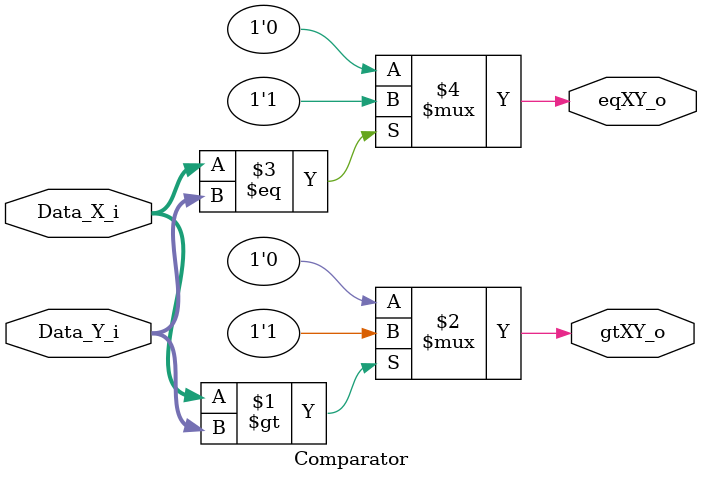
<source format=v>
`timescale 1ns / 1ps


module Comparator
    # (parameter W = 8) //Ignore this value, just for reference on the instantiation
    (
    input wire [W-1:0] Data_X_i,
    input wire [W-1:0] Data_Y_i,
    output wire gtXY_o,
    output wire eqXY_o
    );
    
    assign gtXY_o = (Data_X_i > Data_Y_i) ? 1'b1 : 1'b0;
    assign eqXY_o = (Data_X_i == Data_Y_i) ? 1'b1 : 1'b0;
    
endmodule

</source>
